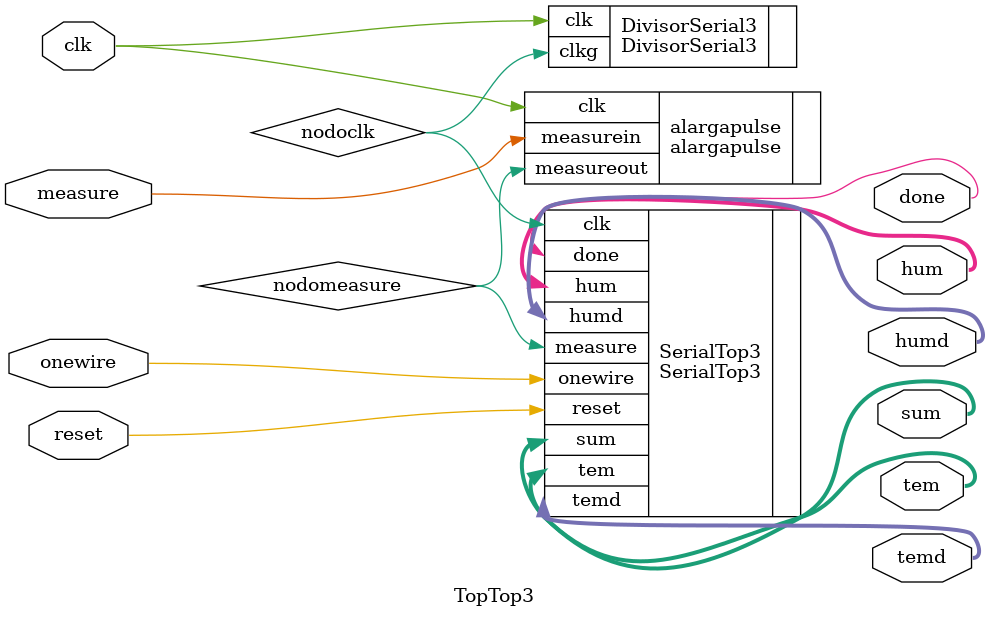
<source format=v>
`timescale 1ns / 1ps

module TopTop3(clk, measure, reset, done, onewire, tem, temd, hum, humd, sum);

input wire clk; 
input wire measure;
input wire reset;
output wire done;
inout wire onewire;
output wire [7:0] tem;
output wire [7:0] temd;//inutil
output wire [7:0] hum;
output wire [7:0] humd;//inutil
output wire [7:0] sum;//inutil (Depende)
//output wire readed1;
//output wire readed0;

wire nodoclk, nodomeasure;

    SerialTop3 SerialTop3( 
        .clk(nodoclk),
		  .measure(nodomeasure),
		  .reset(reset),
		  .done(done),
		  .onewire(onewire),
		  .tem(tem),
		  .temd(temd),
		  .hum(hum),
		  .humd(humd),
		  .sum(sum)
		  //.readed1(readed1),
		  //.readed0(readed0)
	 );
	 
    DivisorSerial3 DivisorSerial3(
	     .clk(clk),
		  .clkg(nodoclk)
	 );
	 
	 alargapulse alargapulse(
	     .clk(clk),
		  //.clk1khz(nodoclk),
		  .measurein(measure),
		  .measureout(nodomeasure)
	 );
	 
endmodule


</source>
